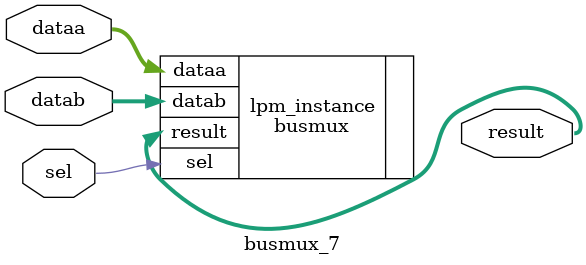
<source format=v>



module busmux_7(sel,dataa,datab,result);
input sel;
input [15:0] dataa;
input [15:0] datab;
output [15:0] result;

busmux	lpm_instance(.sel(sel),.dataa(dataa),.datab(datab),.result(result));
	defparam	lpm_instance.width = 16;

endmodule

</source>
